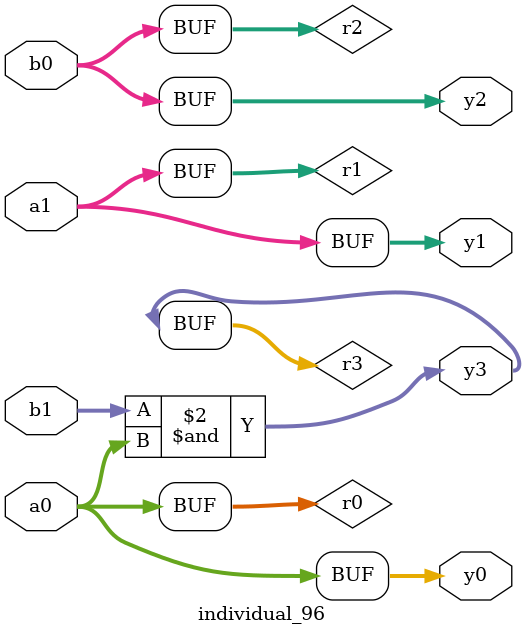
<source format=sv>
module individual_96(input logic [15:0] a1, input logic [15:0] a0, input logic [15:0] b1, input logic [15:0] b0, output logic [15:0] y3, output logic [15:0] y2, output logic [15:0] y1, output logic [15:0] y0);
logic [15:0] r0, r1, r2, r3; 
 always@(*) begin 
	 r0 = a0; r1 = a1; r2 = b0; r3 = b1; 
 	 r3  &=  a0 ;
 	 y3 = r3; y2 = r2; y1 = r1; y0 = r0; 
end
endmodule
</source>
